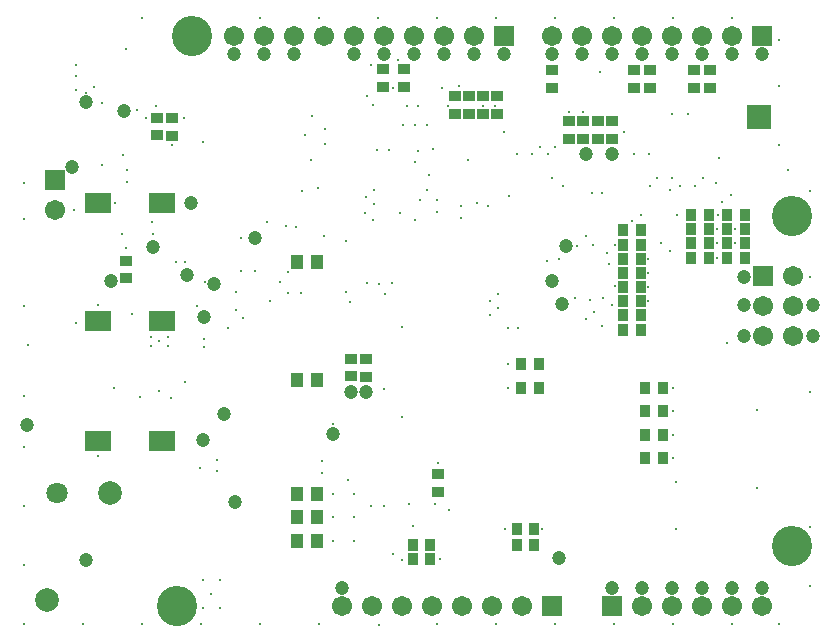
<source format=gbs>
G04 Layer_Color=16711935*
%FSLAX25Y25*%
%MOIN*%
G70*
G01*
G75*
%ADD90R,0.03359X0.04147*%
%ADD91R,0.04147X0.03359*%
%ADD115C,0.04737*%
%ADD136C,0.07874*%
%ADD137C,0.13398*%
%ADD138C,0.07887*%
%ADD139C,0.07099*%
%ADD140C,0.06706*%
%ADD141R,0.06706X0.06706*%
%ADD142R,0.06706X0.06706*%
%ADD143C,0.01181*%
%ADD144R,0.04147X0.05131*%
%ADD145R,0.07874X0.07874*%
%ADD146R,0.08674X0.07099*%
D90*
X244291Y130709D02*
D03*
X238386D02*
D03*
Y140157D02*
D03*
X244291D02*
D03*
X209646Y135039D02*
D03*
X203740D02*
D03*
X232480Y130709D02*
D03*
X226575D02*
D03*
X238386Y135433D02*
D03*
X244291D02*
D03*
X209646Y130315D02*
D03*
X203740D02*
D03*
X232480Y125984D02*
D03*
X226575D02*
D03*
X238386Y125984D02*
D03*
X244291D02*
D03*
X209646Y125591D02*
D03*
X203740D02*
D03*
X232480Y140157D02*
D03*
X226575D02*
D03*
X209646Y120866D02*
D03*
X203740D02*
D03*
X232480Y135433D02*
D03*
X226575D02*
D03*
X209646Y116142D02*
D03*
X203740D02*
D03*
X209646Y111417D02*
D03*
X203740D02*
D03*
X209646Y106693D02*
D03*
X203740D02*
D03*
X209646Y101969D02*
D03*
X203740D02*
D03*
X175787Y90551D02*
D03*
X169882D02*
D03*
X211221Y82677D02*
D03*
X217126D02*
D03*
X169882D02*
D03*
X175787D02*
D03*
X211221Y74803D02*
D03*
X217126D02*
D03*
X211221Y66929D02*
D03*
X217126D02*
D03*
X211221Y59055D02*
D03*
X217126D02*
D03*
X174213Y35433D02*
D03*
X168307D02*
D03*
X133661Y30315D02*
D03*
X139567D02*
D03*
X174213D02*
D03*
X168307D02*
D03*
X133661Y25591D02*
D03*
X139567D02*
D03*
D91*
X123622Y182874D02*
D03*
Y188779D02*
D03*
X130709Y182874D02*
D03*
Y188779D02*
D03*
X142126Y47835D02*
D03*
Y53740D02*
D03*
X207480Y182480D02*
D03*
Y188386D02*
D03*
X212598Y182480D02*
D03*
Y188386D02*
D03*
X227559Y182480D02*
D03*
Y188386D02*
D03*
X232677Y182480D02*
D03*
Y188386D02*
D03*
X179921Y188386D02*
D03*
Y182480D02*
D03*
X161811Y179724D02*
D03*
Y173819D02*
D03*
X157087Y179724D02*
D03*
Y173819D02*
D03*
X152362Y179724D02*
D03*
Y173819D02*
D03*
X147638Y179724D02*
D03*
Y173819D02*
D03*
X48425Y172638D02*
D03*
Y166732D02*
D03*
X53445Y172539D02*
D03*
Y166634D02*
D03*
X200000Y171457D02*
D03*
Y165551D02*
D03*
X195276Y171457D02*
D03*
Y165551D02*
D03*
X190551Y171457D02*
D03*
Y165551D02*
D03*
X185827Y171457D02*
D03*
Y165551D02*
D03*
X112992Y92323D02*
D03*
Y86417D02*
D03*
X118110Y92244D02*
D03*
Y86339D02*
D03*
X38189Y125000D02*
D03*
Y119095D02*
D03*
D115*
X107087Y67323D02*
D03*
X250000Y194000D02*
D03*
X240000D02*
D03*
X230000D02*
D03*
X220000D02*
D03*
X210000D02*
D03*
X200000D02*
D03*
X190000D02*
D03*
X180000D02*
D03*
X164000D02*
D03*
X154000D02*
D03*
X144000D02*
D03*
X134000D02*
D03*
X124000D02*
D03*
X114000D02*
D03*
X94000D02*
D03*
X84000D02*
D03*
X74000D02*
D03*
X24803Y177953D02*
D03*
X37402Y174803D02*
D03*
X59842Y144095D02*
D03*
X112992Y81102D02*
D03*
X118110D02*
D03*
X20079Y156299D02*
D03*
X81102Y132677D02*
D03*
X184646Y129921D02*
D03*
X47244Y129528D02*
D03*
X58268Y120079D02*
D03*
X244094Y119685D02*
D03*
X179921Y118110D02*
D03*
X33071D02*
D03*
X67323Y117323D02*
D03*
X183465Y110630D02*
D03*
X266929Y110236D02*
D03*
X244094D02*
D03*
X64173Y106299D02*
D03*
X266929Y100000D02*
D03*
X244094D02*
D03*
X191339Y160630D02*
D03*
X200000D02*
D03*
X70866Y74016D02*
D03*
X5118Y70079D02*
D03*
X63779Y65354D02*
D03*
X74410Y44488D02*
D03*
X24803Y25197D02*
D03*
X182283Y25984D02*
D03*
X250000Y16000D02*
D03*
X240000D02*
D03*
X230000D02*
D03*
X220000D02*
D03*
X210000D02*
D03*
X200000D02*
D03*
X110000D02*
D03*
D136*
X11811Y11811D02*
D03*
D137*
X60000Y200000D02*
D03*
X55000Y10000D02*
D03*
X260000Y140000D02*
D03*
Y30000D02*
D03*
D138*
X32874Y47638D02*
D03*
D139*
X15157D02*
D03*
D140*
X14567Y141969D02*
D03*
X250000Y10000D02*
D03*
X210000D02*
D03*
X220000D02*
D03*
X230000D02*
D03*
X240000D02*
D03*
X260551Y99803D02*
D03*
X250551D02*
D03*
X260551Y109803D02*
D03*
X250551D02*
D03*
X260551Y119803D02*
D03*
X74000Y200000D02*
D03*
X84000D02*
D03*
X154000D02*
D03*
X144000D02*
D03*
X134000D02*
D03*
X124000D02*
D03*
X114000D02*
D03*
X104000D02*
D03*
X94000D02*
D03*
X240000D02*
D03*
X230000D02*
D03*
X220000D02*
D03*
X210000D02*
D03*
X200000D02*
D03*
X190000D02*
D03*
X180000D02*
D03*
X170000Y10000D02*
D03*
X160000D02*
D03*
X150000D02*
D03*
X140000D02*
D03*
X130000D02*
D03*
X120000D02*
D03*
X110000D02*
D03*
D141*
X14567Y151969D02*
D03*
X250551Y119803D02*
D03*
D142*
X200000Y10000D02*
D03*
X164000Y200000D02*
D03*
X250000D02*
D03*
X180000Y10000D02*
D03*
D143*
X248524Y49213D02*
D03*
X248425Y75197D02*
D03*
X118504Y179921D02*
D03*
X119685Y190157D02*
D03*
X128740Y191732D02*
D03*
X127165Y182677D02*
D03*
X143307D02*
D03*
X135433Y176378D02*
D03*
X131889Y176378D02*
D03*
X240945Y135433D02*
D03*
X235039Y125984D02*
D03*
Y130709D02*
D03*
X240945D02*
D03*
X103937Y133071D02*
D03*
X191339Y162205D02*
D03*
X200000D02*
D03*
X179921Y152461D02*
D03*
X112205Y51968D02*
D03*
X142126Y57480D02*
D03*
X132283Y43701D02*
D03*
X124016Y43307D02*
D03*
X129921Y72835D02*
D03*
X124016Y82284D02*
D03*
X112992Y82284D02*
D03*
X118110D02*
D03*
X112598Y111024D02*
D03*
X120866Y148425D02*
D03*
X96850Y148031D02*
D03*
X101969Y149213D02*
D03*
X99606Y158661D02*
D03*
X97638Y166929D02*
D03*
X209842Y140157D02*
D03*
X219291Y148425D02*
D03*
X212598Y150000D02*
D03*
X220177Y152461D02*
D03*
X215059D02*
D03*
X227854Y150000D02*
D03*
X222736D02*
D03*
X196850Y147638D02*
D03*
X193307D02*
D03*
X122441Y3543D02*
D03*
X94882Y136152D02*
D03*
X120472Y138583D02*
D03*
X165748Y146457D02*
D03*
X158661Y143307D02*
D03*
X196063Y187795D02*
D03*
X38583Y155118D02*
D03*
X53543Y163386D02*
D03*
X37008Y160236D02*
D03*
X89370Y117717D02*
D03*
X86221Y111417D02*
D03*
X96457Y114173D02*
D03*
X92126D02*
D03*
X140551Y162204D02*
D03*
X135433Y161417D02*
D03*
X134252Y157874D02*
D03*
X21298Y190120D02*
D03*
X21260Y186614D02*
D03*
X125591Y161811D02*
D03*
X121653D02*
D03*
X149803Y139173D02*
D03*
X212500Y160531D02*
D03*
X230413Y152461D02*
D03*
X168405Y160531D02*
D03*
X207382Y160531D02*
D03*
X220177Y174016D02*
D03*
X225295D02*
D03*
X203937Y167717D02*
D03*
X181201Y162992D02*
D03*
X164173Y167717D02*
D03*
X64567Y117717D02*
D03*
X3937Y150787D02*
D03*
Y138976D02*
D03*
Y109843D02*
D03*
Y79921D02*
D03*
Y62992D02*
D03*
Y43307D02*
D03*
Y23622D02*
D03*
X240158Y205906D02*
D03*
X220472D02*
D03*
X200787D02*
D03*
X181102D02*
D03*
X161417D02*
D03*
X141732D02*
D03*
X122047D02*
D03*
X102362D02*
D03*
X82677D02*
D03*
X43307D02*
D03*
X255906Y198425D02*
D03*
Y183071D02*
D03*
Y163386D02*
D03*
X266142Y148031D02*
D03*
Y119685D02*
D03*
Y81102D02*
D03*
Y36220D02*
D03*
Y16535D02*
D03*
X255906Y3937D02*
D03*
X240158D02*
D03*
X220472D02*
D03*
X200787D02*
D03*
X181102D02*
D03*
X161417D02*
D03*
X141732D02*
D03*
X102362D02*
D03*
X82677D02*
D03*
X62992D02*
D03*
X43307D02*
D03*
X23622D02*
D03*
X3937D02*
D03*
X164567Y35433D02*
D03*
X24803Y25197D02*
D03*
X266929Y100000D02*
D03*
X182283Y25984D02*
D03*
X176772Y35433D02*
D03*
X145669Y41732D02*
D03*
X140945Y43701D02*
D03*
X133661Y36417D02*
D03*
X142913Y25591D02*
D03*
X127118Y27118D02*
D03*
X130000Y25197D02*
D03*
X221260Y35433D02*
D03*
Y51181D02*
D03*
X179921Y118110D02*
D03*
X182283Y125591D02*
D03*
X187795Y112599D02*
D03*
X183465Y110630D02*
D03*
X124409Y113779D02*
D03*
X72047Y102362D02*
D03*
X155118Y144095D02*
D03*
X20866Y141732D02*
D03*
X57480Y172441D02*
D03*
X29921Y156693D02*
D03*
X238386Y97638D02*
D03*
X77165Y105905D02*
D03*
X74803Y108661D02*
D03*
X129921Y102756D02*
D03*
X62598Y55905D02*
D03*
X38583Y151181D02*
D03*
X20079Y156299D02*
D03*
X235827Y159055D02*
D03*
X197244Y112598D02*
D03*
X192913Y111811D02*
D03*
X200000Y110236D02*
D03*
X178347Y124803D02*
D03*
X119685Y43307D02*
D03*
X63779Y66535D02*
D03*
X107087Y70472D02*
D03*
Y67323D02*
D03*
X5118Y70079D02*
D03*
X74410Y44488D02*
D03*
X103543Y58268D02*
D03*
Y54331D02*
D03*
X68504Y58661D02*
D03*
Y54724D02*
D03*
X63779Y9055D02*
D03*
X69291D02*
D03*
X66535Y13780D02*
D03*
X63779Y18504D02*
D03*
X69291D02*
D03*
X212205Y125591D02*
D03*
X91338Y136614D02*
D03*
X120472Y176772D02*
D03*
X201181Y130315D02*
D03*
X212204Y111417D02*
D03*
X212205Y116142D02*
D03*
X201181Y116535D02*
D03*
X212205Y120866D02*
D03*
X191338Y133071D02*
D03*
X120866Y143701D02*
D03*
X118110Y146063D02*
D03*
X100000Y173228D02*
D03*
X85039Y137795D02*
D03*
X122441Y117323D02*
D03*
X165354Y90551D02*
D03*
X193701Y130315D02*
D03*
X114173Y47244D02*
D03*
Y39370D02*
D03*
Y31496D02*
D03*
X107087D02*
D03*
Y39370D02*
D03*
Y47244D02*
D03*
X138976Y153543D02*
D03*
X92126Y121260D02*
D03*
X61811Y109843D02*
D03*
X117717Y140945D02*
D03*
X129528D02*
D03*
X136221Y145276D02*
D03*
X138583Y148425D02*
D03*
X134252Y138583D02*
D03*
X159449Y111417D02*
D03*
Y106693D02*
D03*
X162205Y109055D02*
D03*
Y113779D02*
D03*
X184646Y129921D02*
D03*
X188583D02*
D03*
X198425Y127559D02*
D03*
X199213Y124016D02*
D03*
X206693Y138189D02*
D03*
X165354Y102362D02*
D03*
X168898D02*
D03*
X196850Y103150D02*
D03*
X194095Y107874D02*
D03*
X191339Y105512D02*
D03*
X220473Y82677D02*
D03*
Y59055D02*
D03*
Y66929D02*
D03*
Y74803D02*
D03*
X165354Y82677D02*
D03*
X47244Y133858D02*
D03*
X37402Y174803D02*
D03*
X41732Y175197D02*
D03*
X48031Y176378D02*
D03*
X44685Y172638D02*
D03*
X29921Y177559D02*
D03*
X24803Y180709D02*
D03*
X38189Y195669D02*
D03*
X28740Y59842D02*
D03*
Y110236D02*
D03*
X34252Y144095D02*
D03*
X104331Y163779D02*
D03*
Y168898D02*
D03*
X40157Y107087D02*
D03*
X76378Y121653D02*
D03*
X81102D02*
D03*
X76378Y132677D02*
D03*
X81102D02*
D03*
X60236Y119291D02*
D03*
X54724Y124409D02*
D03*
X57874D02*
D03*
X57874Y84645D02*
D03*
X53150Y79134D02*
D03*
X42913Y79528D02*
D03*
X49213Y81496D02*
D03*
X64173Y96063D02*
D03*
Y98819D02*
D03*
Y106299D02*
D03*
X21260Y181890D02*
D03*
X27500Y183012D02*
D03*
X126772Y117520D02*
D03*
X111417Y114567D02*
D03*
X118504Y117520D02*
D03*
X111417Y131496D02*
D03*
X130512Y170276D02*
D03*
X134449D02*
D03*
X138386D02*
D03*
X178642Y160531D02*
D03*
X176083Y162992D02*
D03*
X183760Y150000D02*
D03*
X149803Y143110D02*
D03*
X141732Y145079D02*
D03*
Y141142D02*
D03*
X151969Y158661D02*
D03*
X173524Y160531D02*
D03*
X157087Y176378D02*
D03*
X161024D02*
D03*
X145276D02*
D03*
X149213Y183071D02*
D03*
X185827Y174409D02*
D03*
X190551D02*
D03*
X74803Y114567D02*
D03*
X34055Y82480D02*
D03*
X70866Y74016D02*
D03*
X5512Y96850D02*
D03*
X21260Y104331D02*
D03*
X46850Y137795D02*
D03*
X38189Y129134D02*
D03*
X36614Y133858D02*
D03*
X258661Y155118D02*
D03*
X235039Y135433D02*
D03*
X234646Y150787D02*
D03*
X236614Y144488D02*
D03*
X239764Y146850D02*
D03*
X216535Y130709D02*
D03*
X219291Y128347D02*
D03*
X235433Y140157D02*
D03*
X221654D02*
D03*
X63779Y164567D02*
D03*
X49213Y98032D02*
D03*
X52165Y99410D02*
D03*
X46260D02*
D03*
Y96653D02*
D03*
X52165D02*
D03*
D144*
X101870Y124409D02*
D03*
X94980D02*
D03*
X101870Y31496D02*
D03*
X94980D02*
D03*
X101870Y39370D02*
D03*
X94980D02*
D03*
X101870Y47244D02*
D03*
X94980D02*
D03*
X101870Y85039D02*
D03*
X94980D02*
D03*
D145*
X249213Y172835D02*
D03*
D146*
X50000Y144095D02*
D03*
X28740D02*
D03*
X50000Y64961D02*
D03*
X28740D02*
D03*
X50000Y104724D02*
D03*
X28740D02*
D03*
M02*

</source>
